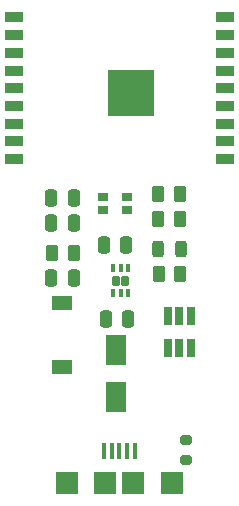
<source format=gbr>
G04 #@! TF.GenerationSoftware,KiCad,Pcbnew,6.0.2+dfsg-1*
G04 #@! TF.CreationDate,2022-02-19T23:14:44+01:00*
G04 #@! TF.ProjectId,e-tinkers-esp32-c3,652d7469-6e6b-4657-9273-2d6573703332,V1.0*
G04 #@! TF.SameCoordinates,Original*
G04 #@! TF.FileFunction,Paste,Top*
G04 #@! TF.FilePolarity,Positive*
%FSLAX46Y46*%
G04 Gerber Fmt 4.6, Leading zero omitted, Abs format (unit mm)*
G04 Created by KiCad (PCBNEW 6.0.2+dfsg-1) date 2022-02-19 23:14:44*
%MOMM*%
%LPD*%
G01*
G04 APERTURE LIST*
G04 Aperture macros list*
%AMRoundRect*
0 Rectangle with rounded corners*
0 $1 Rounding radius*
0 $2 $3 $4 $5 $6 $7 $8 $9 X,Y pos of 4 corners*
0 Add a 4 corners polygon primitive as box body*
4,1,4,$2,$3,$4,$5,$6,$7,$8,$9,$2,$3,0*
0 Add four circle primitives for the rounded corners*
1,1,$1+$1,$2,$3*
1,1,$1+$1,$4,$5*
1,1,$1+$1,$6,$7*
1,1,$1+$1,$8,$9*
0 Add four rect primitives between the rounded corners*
20,1,$1+$1,$2,$3,$4,$5,0*
20,1,$1+$1,$4,$5,$6,$7,0*
20,1,$1+$1,$6,$7,$8,$9,0*
20,1,$1+$1,$8,$9,$2,$3,0*%
G04 Aperture macros list end*
%ADD10RoundRect,0.250000X0.250000X0.475000X-0.250000X0.475000X-0.250000X-0.475000X0.250000X-0.475000X0*%
%ADD11RoundRect,0.250000X-0.250000X-0.475000X0.250000X-0.475000X0.250000X0.475000X-0.250000X0.475000X0*%
%ADD12R,1.800000X2.500000*%
%ADD13RoundRect,0.250000X-0.262500X-0.450000X0.262500X-0.450000X0.262500X0.450000X-0.262500X0.450000X0*%
%ADD14RoundRect,0.250000X0.262500X0.450000X-0.262500X0.450000X-0.262500X-0.450000X0.262500X-0.450000X0*%
%ADD15R,1.700000X1.250000*%
%ADD16RoundRect,0.243750X-0.243750X-0.456250X0.243750X-0.456250X0.243750X0.456250X-0.243750X0.456250X0*%
%ADD17RoundRect,0.172500X-0.172500X0.262500X-0.172500X-0.262500X0.172500X-0.262500X0.172500X0.262500X0*%
%ADD18RoundRect,0.100000X-0.100000X0.250000X-0.100000X-0.250000X0.100000X-0.250000X0.100000X0.250000X0*%
%ADD19R,0.650000X1.560000*%
%ADD20R,1.485000X0.900000*%
%ADD21R,4.000000X4.000000*%
%ADD22R,0.900000X0.700000*%
%ADD23RoundRect,0.200000X0.275000X-0.200000X0.275000X0.200000X-0.275000X0.200000X-0.275000X-0.200000X0*%
%ADD24R,0.400000X1.350000*%
%ADD25R,1.900000X1.900000*%
G04 APERTURE END LIST*
D10*
X208576000Y-88392000D03*
X206676000Y-88392000D03*
D11*
X202241750Y-86556250D03*
X204141750Y-86556250D03*
X202241750Y-84396250D03*
X204141750Y-84396250D03*
X202250000Y-91186000D03*
X204150000Y-91186000D03*
D12*
X207772000Y-97314000D03*
X207772000Y-101314000D03*
D13*
X211353000Y-90897500D03*
X213178000Y-90897500D03*
D14*
X213129500Y-86233000D03*
X211304500Y-86233000D03*
D13*
X211304500Y-84122006D03*
X213129500Y-84122006D03*
D14*
X204158250Y-89096250D03*
X202333250Y-89096250D03*
D15*
X203200000Y-98712000D03*
X203200000Y-93312000D03*
D16*
X211328000Y-88738500D03*
X213203000Y-88738500D03*
D17*
X208534000Y-91440000D03*
X207734000Y-91440000D03*
D18*
X208784000Y-90377500D03*
X208134000Y-90378000D03*
X207484000Y-90377500D03*
X207484000Y-92502500D03*
X208134000Y-92502500D03*
X208784000Y-92502500D03*
D19*
X212144000Y-97127000D03*
X213094000Y-97127000D03*
X214044000Y-97127000D03*
X214044000Y-94427000D03*
X213094000Y-94427000D03*
X212144000Y-94427000D03*
D10*
X208787000Y-94636000D03*
X206887000Y-94636000D03*
D20*
X199133500Y-69141000D03*
X199133500Y-70641000D03*
X199133500Y-72141000D03*
X199133500Y-73641000D03*
X199133500Y-75141000D03*
X199133500Y-76641000D03*
X199133500Y-78141000D03*
X199133500Y-79641000D03*
X199133500Y-81141000D03*
X216918500Y-81141000D03*
X216918500Y-79641000D03*
X216918500Y-78141000D03*
X216918500Y-76641000D03*
X216918500Y-75141000D03*
X216918500Y-73641000D03*
X216918500Y-72141000D03*
X216918500Y-70641000D03*
X216918500Y-69141000D03*
D21*
X209026000Y-75541000D03*
D22*
X206645000Y-84317000D03*
X206645000Y-85417000D03*
X208675000Y-85417000D03*
X208675000Y-84317000D03*
D23*
X213689000Y-106581000D03*
X213689000Y-104931000D03*
D24*
X206700000Y-105837500D03*
X207350000Y-105837500D03*
X208000000Y-105837500D03*
X208650000Y-105837500D03*
X209300000Y-105837500D03*
D25*
X209200000Y-108537500D03*
X206800000Y-108537500D03*
X212450000Y-108537500D03*
X203550000Y-108537500D03*
M02*

</source>
